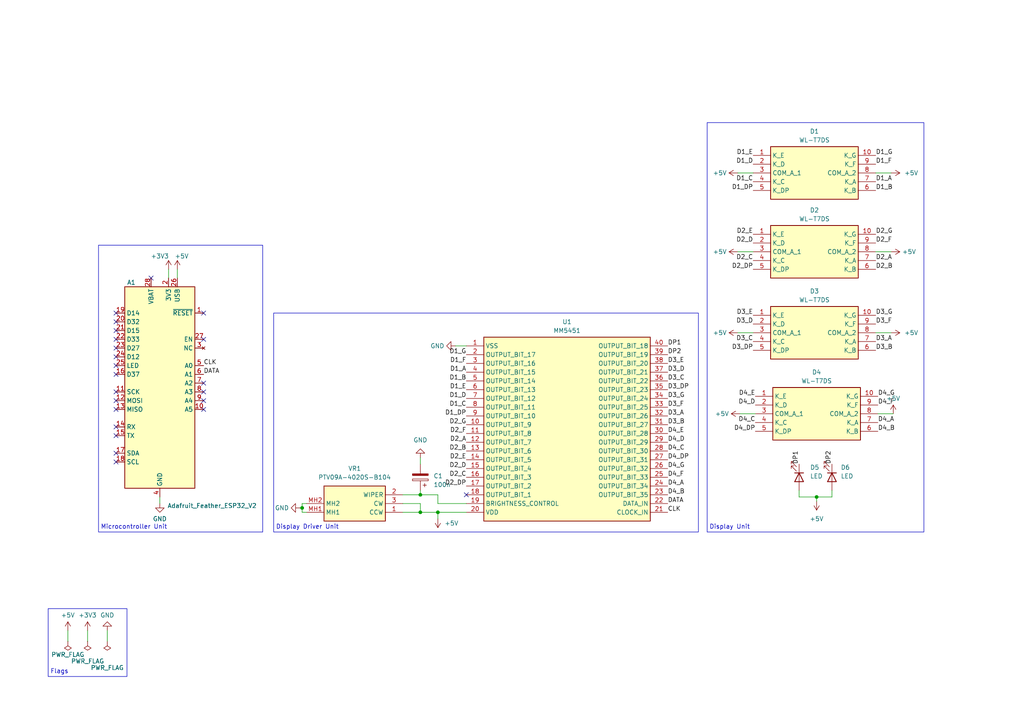
<source format=kicad_sch>
(kicad_sch (version 20230121) (generator eeschema)
  (paper "A4")
  (title_block (title "Internet Clock") (date "2024-02-01") (rev "REV 1.0") (company "Flavian Kaufmann"))
  (lib_symbols
    (symbol "157136S12801:157136S12801"
      (property "Reference" "DS" (at 31.75 7.62 0))
      (property "Value" "157136S12801" (at 31.75 5.08 0))
      (symbol "157136S12801_1_1"
        (rectangle (start 5.08 2.54) (end 30.48 -12.7) (stroke (width 0.254)) (fill (type background)))
        (pin passive line (at 0 0 0) (length 5.08) (name "K_E") (number "1"))
        (pin passive line (at 35.56 0 180) (length 5.08) (name "K_G") (number "10"))
        (pin passive line (at 0 -2.54 0) (length 5.08) (name "K_D") (number "2"))
        (pin passive line (at 0 -5.08 0) (length 5.08) (name "COM_A_1") (number "3"))
        (pin passive line (at 0 -7.62 0) (length 5.08) (name "K_C") (number "4"))
        (pin passive line (at 0 -10.16 0) (length 5.08) (name "K_DP") (number "5"))
        (pin passive line (at 35.56 -10.16 180) (length 5.08) (name "K_B") (number "6"))
        (pin passive line (at 35.56 -7.62 180) (length 5.08) (name "K_A") (number "7"))
        (pin passive line (at 35.56 -5.08 180) (length 5.08) (name "COM_A_2") (number "8"))
        (pin passive line (at 35.56 -2.54 180) (length 5.08) (name "K_F") (number "9"))
      )
    )
    (symbol "Custom:Adafruit_Feather_ESP32_V2"
      (property "Reference" "A" (at -10.16 29.21 0))
      (property "Value" "Adafruit_Feather_ESP32_V2" (at 2.54 -31.75 0))
      (symbol "Adafruit_Feather_ESP32_V2_0_1"
        (rectangle (start -10.16 27.94) (end 10.16 -30.48) (stroke (width 0.254)) (fill (type background)))
      )
      (symbol "Adafruit_Feather_ESP32_V2_1_1"
        (pin input line (at 12.7 20.32 180) (length 2.54) (name "~{RESET}") (number "1"))
        (pin bidirectional line (at 12.7 -7.62 180) (length 2.54) (name "A5") (number "10"))
        (pin bidirectional line (at -12.7 -2.54 0) (length 2.54) (name "SCK") (number "11"))
        (pin bidirectional line (at -12.7 -5.08 0) (length 2.54) (name "MOSI") (number "12"))
        (pin bidirectional line (at -12.7 -7.62 0) (length 2.54) (name "MISO") (number "13"))
        (pin bidirectional line (at -12.7 -12.7 0) (length 2.54) (name "RX") (number "14"))
        (pin bidirectional line (at -12.7 -15.24 0) (length 2.54) (name "TX") (number "15"))
        (pin bidirectional line (at -12.7 2.54 0) (length 2.54) (name "D37") (number "16"))
        (pin bidirectional line (at -12.7 -20.32 0) (length 2.54) (name "SDA") (number "17"))
        (pin bidirectional line (at -12.7 -22.86 0) (length 2.54) (name "SCL") (number "18"))
        (pin bidirectional line (at -12.7 20.32 0) (length 2.54) (name "D14") (number "19"))
        (pin power_in line (at 2.54 30.48 270) (length 2.54) (name "3V3") (number "2"))
        (pin bidirectional line (at -12.7 17.78 0) (length 2.54) (name "D32") (number "20"))
        (pin bidirectional line (at -12.7 15.24 0) (length 2.54) (name "D15") (number "21"))
        (pin bidirectional line (at -12.7 12.7 0) (length 2.54) (name "D33") (number "22"))
        (pin bidirectional line (at -12.7 10.16 0) (length 2.54) (name "D27") (number "23"))
        (pin bidirectional line (at -12.7 7.62 0) (length 2.54) (name "D12") (number "24"))
        (pin bidirectional line (at -12.7 5.08 0) (length 2.54) (name "LED") (number "25"))
        (pin power_in line (at 5.08 30.48 270) (length 2.54) (name "USB") (number "26"))
        (pin input line (at 12.7 12.7 180) (length 2.54) (name "EN") (number "27"))
        (pin power_in line (at -2.54 30.48 270) (length 2.54) (name "VBAT") (number "28"))
        (pin no_connect line (at 12.7 10.16 180) (length 2.54) (name "NC") (number "3"))
        (pin power_in line (at 0 -33.02 90) (length 2.54) (name "GND") (number "4"))
        (pin bidirectional line (at 12.7 5.08 180) (length 2.54) (name "A0") (number "5"))
        (pin bidirectional line (at 12.7 2.54 180) (length 2.54) (name "A1") (number "6"))
        (pin bidirectional line (at 12.7 0 180) (length 2.54) (name "A2") (number "7"))
        (pin bidirectional line (at 12.7 -2.54 180) (length 2.54) (name "A3") (number "8"))
        (pin bidirectional line (at 12.7 -5.08 180) (length 2.54) (name "A4") (number "9"))
      )
    )
    (symbol "Device:C_Polarized" (pin_numbers hide) (pin_names (offset 0.254))
      (property "Reference" "C" (at 0.635 2.54 0))
      (property "Value" "C_Polarized" (at 0.635 -2.54 0))
      (symbol "C_Polarized_0_1"
        (rectangle (start -2.286 0.508) (end 2.286 1.016))
        (polyline (pts (xy -1.778 2.286) (xy -0.762 2.286)))
        (polyline (pts (xy -1.27 2.794) (xy -1.27 1.778)))
        (rectangle (start 2.286 -0.508) (end -2.286 -1.016) (fill (type outline)))
      )
      (symbol "C_Polarized_1_1"
        (pin passive line (at 0 3.81 270) (length 2.794) (name "~") (number "1"))
        (pin passive line (at 0 -3.81 90) (length 2.794) (name "~") (number "2"))
      )
    )
    (symbol "Device:LED" (pin_numbers hide) (pin_names (offset 1.016) hide)
      (property "Reference" "D" (at 0 2.54 0))
      (property "Value" "LED" (at 0 -2.54 0))
      (symbol "LED_0_1"
        (polyline (pts (xy -1.27 -1.27) (xy -1.27 1.27)) (stroke (width 0.254)))
        (polyline (pts (xy -1.27 0) (xy 1.27 0)))
        (polyline (pts (xy 1.27 -1.27) (xy 1.27 1.27) (xy -1.27 0) (xy 1.27 -1.27)) (stroke (width 0.254)))
        (polyline (pts (xy -3.048 -0.762) (xy -4.572 -2.286) (xy -3.81 -2.286) (xy -4.572 -2.286) (xy -4.572 -1.524)))
        (polyline (pts (xy -1.778 -0.762) (xy -3.302 -2.286) (xy -2.54 -2.286) (xy -3.302 -2.286) (xy -3.302 -1.524)))
      )
      (symbol "LED_1_1"
        (pin passive line (at -3.81 0 0) (length 2.54) (name "K") (number "1"))
        (pin passive line (at 3.81 0 180) (length 2.54) (name "A") (number "2"))
      )
    )
    (symbol "MM5451:MM5451YN"
      (property "Reference" "IC" (at 54.61 7.62 0))
      (property "Value" "MM5451YN" (at 54.61 5.08 0))
      (symbol "MM5451YN_1_1"
        (rectangle (start 5.08 2.54) (end 53.34 -50.8) (stroke (width 0.254)) (fill (type background)))
        (pin passive line (at 0 0 0) (length 5.08) (name "VSS") (number "1"))
        (pin passive line (at 0 -22.86 0) (length 5.08) (name "OUTPUT_BIT_9") (number "10"))
        (pin passive line (at 0 -25.4 0) (length 5.08) (name "OUTPUT_BIT_8") (number "11"))
        (pin passive line (at 0 -27.94 0) (length 5.08) (name "OUTPUT_BIT_7") (number "12"))
        (pin passive line (at 0 -30.48 0) (length 5.08) (name "OUTPUT_BIT_6") (number "13"))
        (pin passive line (at 0 -33.02 0) (length 5.08) (name "OUTPUT_BIT_5") (number "14"))
        (pin passive line (at 0 -35.56 0) (length 5.08) (name "OUTPUT_BIT_4") (number "15"))
        (pin passive line (at 0 -38.1 0) (length 5.08) (name "OUTPUT_BIT_3") (number "16"))
        (pin passive line (at 0 -40.64 0) (length 5.08) (name "OUTPUT_BIT_2") (number "17"))
        (pin passive line (at 0 -43.18 0) (length 5.08) (name "OUTPUT_BIT_1") (number "18"))
        (pin passive line (at 0 -45.72 0) (length 5.08) (name "BRIGHTNESS_CONTROL") (number "19"))
        (pin passive line (at 0 -2.54 0) (length 5.08) (name "OUTPUT_BIT_17") (number "2"))
        (pin passive line (at 0 -48.26 0) (length 5.08) (name "VDD") (number "20"))
        (pin passive line (at 58.42 -48.26 180) (length 5.08) (name "CLOCK_IN") (number "21"))
        (pin passive line (at 58.42 -45.72 180) (length 5.08) (name "DATA_IN") (number "22"))
        (pin passive line (at 58.42 -43.18 180) (length 5.08) (name "OUTPUT_BIT_35") (number "23"))
        (pin passive line (at 58.42 -40.64 180) (length 5.08) (name "OUTPUT_BIT_34") (number "24"))
        (pin passive line (at 58.42 -38.1 180) (length 5.08) (name "OUTPUT_BIT_33") (number "25"))
        (pin passive line (at 58.42 -35.56 180) (length 5.08) (name "OUTPUT_BIT_32") (number "26"))
        (pin passive line (at 58.42 -33.02 180) (length 5.08) (name "OUTPUT_BIT_31") (number "27"))
        (pin passive line (at 58.42 -30.48 180) (length 5.08) (name "OUTPUT_BIT_30") (number "28"))
        (pin passive line (at 58.42 -27.94 180) (length 5.08) (name "OUTPUT_BIT_29") (number "29"))
        (pin passive line (at 0 -5.08 0) (length 5.08) (name "OUTPUT_BIT_16") (number "3"))
        (pin passive line (at 58.42 -25.4 180) (length 5.08) (name "OUTPUT_BIT_28") (number "30"))
        (pin passive line (at 58.42 -22.86 180) (length 5.08) (name "OUTPUT_BIT_27") (number "31"))
        (pin passive line (at 58.42 -20.32 180) (length 5.08) (name "OUTPUT_BIT_26") (number "32"))
        (pin passive line (at 58.42 -17.78 180) (length 5.08) (name "OUTPUT_BIT_25") (number "33"))
        (pin passive line (at 58.42 -15.24 180) (length 5.08) (name "OUTPUT_BIT_24") (number "34"))
        (pin passive line (at 58.42 -12.7 180) (length 5.08) (name "OUTPUT_BIT_23") (number "35"))
        (pin passive line (at 58.42 -10.16 180) (length 5.08) (name "OUTPUT_BIT_22") (number "36"))
        (pin passive line (at 58.42 -7.62 180) (length 5.08) (name "OUTPUT_BIT_21") (number "37"))
        (pin passive line (at 58.42 -5.08 180) (length 5.08) (name "OUTPUT_BIT_20") (number "38"))
        (pin passive line (at 58.42 -2.54 180) (length 5.08) (name "OUTPUT_BIT_19") (number "39"))
        (pin passive line (at 0 -7.62 0) (length 5.08) (name "OUTPUT_BIT_15") (number "4"))
        (pin passive line (at 58.42 0 180) (length 5.08) (name "OUTPUT_BIT_18") (number "40"))
        (pin passive line (at 0 -10.16 0) (length 5.08) (name "OUTPUT_BIT_14") (number "5"))
        (pin passive line (at 0 -12.7 0) (length 5.08) (name "OUTPUT_BIT_13") (number "6"))
        (pin passive line (at 0 -15.24 0) (length 5.08) (name "OUTPUT_BIT_12") (number "7"))
        (pin passive line (at 0 -17.78 0) (length 5.08) (name "OUTPUT_BIT_11") (number "8"))
        (pin passive line (at 0 -20.32 0) (length 5.08) (name "OUTPUT_BIT_10") (number "9"))
      )
    )
    (symbol "PTV09A-4020S-B104:PTV09A-4020S-B104"
      (property "Reference" "VR" (at 24.13 7.62 0))
      (property "Value" "PTV09A-4020S-B104" (at 24.13 5.08 0))
      (symbol "PTV09A-4020S-B104_1_1"
        (rectangle (start 5.08 2.54) (end 22.86 -7.62) (stroke (width 0.254)) (fill (type background)))
        (pin passive line (at 0 0 0) (length 5.08) (name "CCW") (number "1"))
        (pin passive line (at 0 -5.08 0) (length 5.08) (name "WIPER") (number "2"))
        (pin passive line (at 0 -2.54 0) (length 5.08) (name "CW") (number "3"))
        (pin passive line (at 27.94 0 180) (length 5.08) (name "MH1") (number "MH1"))
        (pin passive line (at 27.94 -2.54 180) (length 5.08) (name "MH2") (number "MH2"))
      )
    )
    (symbol "power:+3V3" (power) (pin_names (offset 0))
      (property "Value" "+3V3" (at 0 3.556 0))
      (symbol "+3V3_0_1"
        (polyline (pts (xy -0.762 1.27) (xy 0 2.54)))
        (polyline (pts (xy 0 0) (xy 0 2.54)))
        (polyline (pts (xy 0 2.54) (xy 0.762 1.27)))
      )
      (symbol "+3V3_1_1"
        (pin power_in line (at 0 0 90) (length 0) hide (name "+3V3") (number "1"))
      )
    )
    (symbol "power:+5V" (power) (pin_names (offset 0))
      (property "Value" "+5V" (at 0 3.556 0))
      (symbol "+5V_0_1"
        (polyline (pts (xy -0.762 1.27) (xy 0 2.54)))
        (polyline (pts (xy 0 0) (xy 0 2.54)))
        (polyline (pts (xy 0 2.54) (xy 0.762 1.27)))
      )
      (symbol "+5V_1_1"
        (pin power_in line (at 0 0 90) (length 0) hide (name "+5V") (number "1"))
      )
    )
    (symbol "power:GND" (power) (pin_names (offset 0))
      (property "Value" "GND" (at 0 -3.81 0))
      (symbol "GND_0_1"
        (polyline (pts (xy 0 0) (xy 0 -1.27) (xy 1.27 -1.27) (xy 0 -2.54) (xy -1.27 -1.27) (xy 0 -1.27)))
      )
      (symbol "GND_1_1"
        (pin power_in line (at 0 0 270) (length 0) hide (name "GND") (number "1"))
      )
    )
    (symbol "power:PWR_FLAG" (power) (pin_numbers hide) (pin_names (offset 0) hide)
      (property "Value" "PWR_FLAG" (at 0 3.81 0))
      (symbol "PWR_FLAG_0_0"
        (pin power_out line (at 0 0 90) (length 0) (name "pwr") (number "1"))
      )
      (symbol "PWR_FLAG_0_1"
        (polyline (pts (xy 0 0) (xy 0 1.27) (xy -1.016 1.905) (xy 0 2.54) (xy 1.016 1.905) (xy 0 1.27)))
      )
    )
  )
  (junction (at 236.855 144.145))
  (junction (at 121.92 143.51))
  (junction (at 87.63 147.32))
  (junction (at 121.92 148.59))
  (junction (at 127 148.59))
  (no_connect (at 33.655 93.345))
  (no_connect (at 59.055 113.665))
  (no_connect (at 33.655 90.805))
  (no_connect (at 59.055 98.425))
  (no_connect (at 33.655 123.825))
  (no_connect (at 135.255 143.51))
  (no_connect (at 33.655 95.885))
  (no_connect (at 33.655 116.205))
  (no_connect (at 59.055 116.205))
  (no_connect (at 33.655 133.985))
  (no_connect (at 33.655 126.365))
  (no_connect (at 33.655 98.425))
  (no_connect (at 59.055 90.805))
  (no_connect (at 33.655 108.585))
  (no_connect (at 33.655 100.965))
  (no_connect (at 33.655 113.665))
  (no_connect (at 33.655 131.445))
  (no_connect (at 59.055 118.745))
  (no_connect (at 59.055 111.125))
  (no_connect (at 43.815 80.645))
  (no_connect (at 33.655 106.045))
  (no_connect (at 33.655 118.745))
  (no_connect (at 33.655 103.505))
  (wire (pts (xy 254 50.165) (xy 258.445 50.165)))
  (wire (pts (xy 121.92 143.51) (xy 127 143.51)))
  (wire (pts (xy 116.84 148.59) (xy 121.92 148.59)))
  (wire (pts (xy 48.895 78.105) (xy 48.895 80.645)))
  (wire (pts (xy 236.855 144.145) (xy 236.855 145.415)))
  (wire (pts (xy 121.92 143.51) (xy 121.92 142.24)))
  (wire (pts (xy 213.995 96.52) (xy 218.44 96.52)))
  (wire (pts (xy 132.08 100.33) (xy 135.255 100.33)))
  (wire (pts (xy 127 148.59) (xy 127 150.495)))
  (wire (pts (xy 87.63 147.32) (xy 87.63 148.59)))
  (wire (pts (xy 87.63 147.32) (xy 87.63 146.05)))
  (wire (pts (xy 127 148.59) (xy 135.255 148.59)))
  (wire (pts (xy 121.92 146.05) (xy 121.92 148.59)))
  (wire (pts (xy 127 146.05) (xy 135.255 146.05)))
  (wire (pts (xy 46.355 144.145) (xy 46.355 146.05)))
  (wire (pts (xy 214.63 120.015) (xy 219.075 120.015)))
  (wire (pts (xy 116.84 143.51) (xy 121.92 143.51)))
  (wire (pts (xy 213.995 50.165) (xy 218.44 50.165)))
  (wire (pts (xy 241.3 144.145) (xy 236.855 144.145)))
  (wire (pts (xy 31.115 182.88) (xy 31.115 186.055)))
  (wire (pts (xy 254 96.52) (xy 258.445 96.52)))
  (wire (pts (xy 121.92 148.59) (xy 127 148.59)))
  (wire (pts (xy 86.995 147.32) (xy 87.63 147.32)))
  (wire (pts (xy 87.63 146.05) (xy 88.9 146.05)))
  (wire (pts (xy 254 73.025) (xy 258.445 73.025)))
  (wire (pts (xy 254.635 120.015) (xy 259.08 120.015)))
  (wire (pts (xy 241.3 142.24) (xy 241.3 144.145)))
  (wire (pts (xy 231.775 142.24) (xy 231.775 144.145)))
  (wire (pts (xy 19.685 182.88) (xy 19.685 186.055)))
  (wire (pts (xy 87.63 148.59) (xy 88.9 148.59)))
  (wire (pts (xy 213.995 73.025) (xy 218.44 73.025)))
  (wire (pts (xy 25.4 182.88) (xy 25.4 186.055)))
  (wire (pts (xy 121.92 132.715) (xy 121.92 134.62)))
  (wire (pts (xy 116.84 146.05) (xy 121.92 146.05)))
  (wire (pts (xy 231.775 144.145) (xy 236.855 144.145)))
  (wire (pts (xy 127 143.51) (xy 127 146.05)))
  (wire (pts (xy 51.435 78.105) (xy 51.435 80.645)))
  (rectangle (start 79.375 90.805) (end 202.565 154.305))
  (rectangle (start 13.97 176.53) (end 36.83 196.215))
  (rectangle (start 28.575 71.12) (end 76.2 154.305))
  (rectangle (start 205.105 35.56) (end 267.97 154.305))
  (text "Display Driver Unit" (at 80.01 153.67 0) (effects (font (size 1.27 1.27)) (justify left bottom)))
  (text "Flags" (at 14.605 195.58 0) (effects (font (size 1.27 1.27)) (justify left bottom)))
  (text "Microcontroller Unit" (at 29.21 153.67 0) (effects (font (size 1.27 1.27)) (justify left bottom)))
  (text "Display Unit" (at 205.74 153.67 0) (effects (font (size 1.27 1.27)) (justify left bottom)))
  (label "D1_D" (at 218.44 47.625 180))
  (label "D4_C" (at 193.675 130.81 0))
  (label "D3_E" (at 218.44 91.44 180))
  (label "D3_D" (at 218.44 93.98 180))
  (label "D3_DP" (at 193.675 113.03 0))
  (label "D2_C" (at 218.44 75.565 180))
  (label "D3_D" (at 193.675 107.95 0))
  (label "D1_E" (at 135.255 113.03 180))
  (label "DATA" (at 59.055 108.585 0))
  (label "D3_G" (at 193.675 115.57 0))
  (label "D4_F" (at 193.675 138.43 0))
  (label "D4_B" (at 254.635 125.095 0))
  (label "D1_B" (at 135.255 110.49 180))
  (label "D4_DP" (at 219.075 125.095 180))
  (label "D2_D" (at 218.44 70.485 180))
  (label "D3_A" (at 254 99.06 0))
  (label "D2_DP" (at 218.44 78.105 180))
  (label "D2_A" (at 254 75.565 0))
  (label "D1_G" (at 254 45.085 0))
  (label "CLK" (at 193.675 148.59 0))
  (label "D3_B" (at 193.675 123.19 0))
  (label "D2_G" (at 135.255 123.19 180))
  (label "D1_DP" (at 218.44 55.245 180))
  (label "D4_C" (at 219.075 122.555 180))
  (label "D1_A" (at 135.255 107.95 180))
  (label "D3_B" (at 254 101.6 0))
  (label "D4_F" (at 254.635 117.475 0))
  (label "D2_DP" (at 135.255 140.97 180))
  (label "D1_F" (at 135.255 105.41 180))
  (label "D3_DP" (at 218.44 101.6 180))
  (label "D2_E" (at 218.44 67.945 180))
  (label "D4_D" (at 193.675 128.27 0))
  (label "D1_C" (at 218.44 52.705 180))
  (label "D2_F" (at 254 70.485 0))
  (label "D2_F" (at 135.255 125.73 180))
  (label "D4_E" (at 219.075 114.935 180))
  (label "D2_A" (at 135.255 128.27 180))
  (label "D2_B" (at 254 78.105 0))
  (label "D1_D" (at 135.255 115.57 180))
  (label "D2_G" (at 254 67.945 0))
  (label "D1_B" (at 254 55.245 0))
  (label "D3_F" (at 193.675 118.11 0))
  (label "D2_B" (at 135.255 130.81 180))
  (label "D2_D" (at 135.255 135.89 180))
  (label "DP1" (at 231.775 134.62 90))
  (label "DATA" (at 193.675 146.05 0))
  (label "D1_E" (at 218.44 45.085 180))
  (label "DP2" (at 193.675 102.87 0))
  (label "D1_A" (at 254 52.705 0))
  (label "D4_G" (at 254.635 114.935 0))
  (label "D3_F" (at 254 93.98 0))
  (label "D1_F" (at 254 47.625 0))
  (label "D4_B" (at 193.675 143.51 0))
  (label "D2_C" (at 135.255 138.43 180))
  (label "D1_C" (at 135.255 118.11 180))
  (label "DP2" (at 241.3 134.62 90))
  (label "D3_C" (at 218.44 99.06 180))
  (label "D3_E" (at 193.675 105.41 0))
  (label "D4_DP" (at 193.675 133.35 0))
  (label "D3_C" (at 193.675 110.49 0))
  (label "D4_A" (at 254.635 122.555 0))
  (label "D4_D" (at 219.075 117.475 180))
  (label "D3_G" (at 254 91.44 0))
  (label "DP1" (at 193.675 100.33 0))
  (label "D4_A" (at 193.675 140.97 0))
  (label "D1_G" (at 135.255 102.87 180))
  (label "D3_A" (at 193.675 120.65 0))
  (label "D2_E" (at 135.255 133.35 180))
  (label "D1_DP" (at 135.255 120.65 180))
  (label "D4_G" (at 193.675 135.89 0))
  (label "CLK" (at 59.055 106.045 0))
  (label "D4_E" (at 193.675 125.73 0))
  (symbol (lib_id "power:+5V") (at 19.685 182.88 0) (unit 1)
    (property "Reference" "#PWR016" (effects hide))
    (property "Value" "+5V" (at 19.685 178.435 0))
  )
  (symbol (lib_id "power:PWR_FLAG") (at 31.115 186.055 180) (unit 1)
    (property "Reference" "#FLG03" (effects hide))
    (property "Value" "PWR_FLAG" (at 31.115 193.675 0))
  )
  (symbol (lib_id "power:+5V") (at 258.445 73.025 270) (unit 1)
    (property "Reference" "#PWR06" (effects hide))
    (property "Value" "+5V" (at 261.62 73.025 90) (effects (justify left)))
  )
  (symbol (lib_id "power:+3V3") (at 25.4 182.88 0) (unit 1)
    (property "Reference" "#PWR017" (effects hide))
    (property "Value" "+3V3" (at 25.4 178.435 0))
  )
  (symbol (lib_id "power:GND") (at 86.995 147.32 270) (unit 1)
    (property "Reference" "#PWR019" (effects hide))
    (property "Value" "GND" (at 83.82 147.32 90) (effects (justify right)))
  )
  (symbol (lib_id "Device:LED") (at 241.3 138.43 270) (unit 1)
    (property "Reference" "D6" (at 243.84 135.5725 90) (effects (justify left)))
    (property "Value" "LED" (at 243.84 138.1125 90) (effects (justify left)))
    (property "Footprint" "LED_THT:LED_D3.0mm" (effects hide))
  )
  (symbol (lib_id "power:+5V") (at 127 150.495 180) (unit 1)
    (property "Reference" "#PWR011" (effects hide))
    (property "Value" "+5V" (at 128.905 151.765 0) (effects (justify right)))
  )
  (symbol (lib_id "157136S12801:157136S12801") (at 219.075 114.935 0) (unit 1)
    (property "Reference" "D4" (at 236.855 107.95 0))
    (property "Value" "WL-T7DS" (at 236.855 110.49 0))
    (property "Footprint" "157136S12801:157136S12801" (effects hide))
    (property "Datasheet" "https://www.we-online.com/catalog/datasheet/157136S12801.pdf" (effects hide))
    (property "Height" "7.25" (effects hide))
    (property "Mouser Part Number" "710-157136S12801" (effects hide))
    (property "Mouser Price/Stock" "https://www.mouser.co.uk/ProductDetail/Wurth-Elektronik/157136S12801?qs=QNEnbhJQKvZcRXmbt1LpXQ%3D%3D" (effects hide))
    (property "Manufacturer_Name" "Wurth Elektronik" (effects hide))
    (property "Manufacturer_Part_Number" "157136S12801" (effects hide))
  )
  (symbol (lib_id "power:+5V") (at 214.63 120.015 90) (unit 1)
    (property "Reference" "#PWR04" (effects hide))
    (property "Value" "+5V" (at 211.455 120.015 90) (effects (justify left)))
  )
  (symbol (lib_id "Custom:Adafruit_Feather_ESP32_V2") (at 46.355 111.125 0) (unit 1)
    (property "Reference" "A1" (at 36.83 81.915 0) (effects (justify left)))
    (property "Value" "Adafruit_Feather_ESP32_V2" (at 48.5491 146.685 0) (effects (justify left)))
    (property "Footprint" "Module:Adafruit_Feather" (effects hide))
    (property "Datasheet" "https://cdn-learn.adafruit.com/downloads/pdf/adafruit-feather.pdf" (effects hide))
  )
  (symbol (lib_id "power:+3V3") (at 48.895 78.105 0) (unit 1)
    (property "Reference" "#PWR014" (effects hide))
    (property "Value" "+3V3" (at 46.355 74.295 0))
  )
  (symbol (lib_id "power:+5V") (at 51.435 78.105 0) (unit 1)
    (property "Reference" "#PWR015" (effects hide))
    (property "Value" "+5V" (at 52.705 74.295 0))
  )
  (symbol (lib_id "power:+5V") (at 259.08 120.015 0) (unit 1)
    (property "Reference" "#PWR08" (effects hide))
    (property "Value" "+5V" (at 259.08 115.57 0))
  )
  (symbol (lib_id "157136S12801:157136S12801") (at 218.44 67.945 0) (unit 1)
    (property "Reference" "D2" (at 236.22 60.96 0))
    (property "Value" "WL-T7DS" (at 236.22 63.5 0))
    (property "Footprint" "157136S12801:157136S12801" (effects hide))
    (property "Datasheet" "https://www.we-online.com/catalog/datasheet/157136S12801.pdf" (effects hide))
    (property "Height" "7.25" (effects hide))
    (property "Mouser Part Number" "710-157136S12801" (effects hide))
    (property "Mouser Price/Stock" "https://www.mouser.co.uk/ProductDetail/Wurth-Elektronik/157136S12801?qs=QNEnbhJQKvZcRXmbt1LpXQ%3D%3D" (effects hide))
    (property "Manufacturer_Name" "Wurth Elektronik" (effects hide))
    (property "Manufacturer_Part_Number" "157136S12801" (effects hide))
  )
  (symbol (lib_id "157136S12801:157136S12801") (at 218.44 91.44 0) (unit 1)
    (property "Reference" "D3" (at 236.22 84.455 0))
    (property "Value" "WL-T7DS" (at 236.22 86.995 0))
    (property "Footprint" "157136S12801:157136S12801" (effects hide))
    (property "Datasheet" "https://www.we-online.com/catalog/datasheet/157136S12801.pdf" (effects hide))
    (property "Height" "7.25" (effects hide))
    (property "Mouser Part Number" "710-157136S12801" (effects hide))
    (property "Mouser Price/Stock" "https://www.mouser.co.uk/ProductDetail/Wurth-Elektronik/157136S12801?qs=QNEnbhJQKvZcRXmbt1LpXQ%3D%3D" (effects hide))
    (property "Manufacturer_Name" "Wurth Elektronik" (effects hide))
    (property "Manufacturer_Part_Number" "157136S12801" (effects hide))
  )
  (symbol (lib_id "power:+5V") (at 213.995 96.52 90) (unit 1)
    (property "Reference" "#PWR03" (effects hide))
    (property "Value" "+5V" (at 210.82 96.52 90) (effects (justify left)))
  )
  (symbol (lib_id "power:PWR_FLAG") (at 19.685 186.055 180) (unit 1)
    (property "Reference" "#FLG01" (effects hide))
    (property "Value" "PWR_FLAG" (at 19.685 189.865 0))
  )
  (symbol (lib_id "Device:C_Polarized") (at 121.92 138.43 180) (unit 1)
    (property "Reference" "C1" (at 125.73 138.049 0) (effects (justify right)))
    (property "Value" "100n" (at 125.73 140.589 0) (effects (justify right)))
    (property "Footprint" "Capacitor_THT:CP_Radial_D5.0mm_P2.00mm" (effects hide))
  )
  (symbol (lib_id "157136S12801:157136S12801") (at 218.44 45.085 0) (unit 1)
    (property "Reference" "D1" (at 236.22 38.1 0))
    (property "Value" "WL-T7DS" (at 236.22 40.64 0))
    (property "Footprint" "157136S12801:157136S12801" (effects hide))
    (property "Datasheet" "https://www.we-online.com/catalog/datasheet/157136S12801.pdf" (effects hide))
    (property "Height" "7.25" (effects hide))
    (property "Mouser Part Number" "710-157136S12801" (effects hide))
    (property "Mouser Price/Stock" "https://www.mouser.co.uk/ProductDetail/Wurth-Elektronik/157136S12801?qs=QNEnbhJQKvZcRXmbt1LpXQ%3D%3D" (effects hide))
    (property "Manufacturer_Name" "Wurth Elektronik" (effects hide))
    (property "Manufacturer_Part_Number" "157136S12801" (effects hide))
  )
  (symbol (lib_id "power:+5V") (at 213.995 73.025 90) (unit 1)
    (property "Reference" "#PWR02" (effects hide))
    (property "Value" "+5V" (at 210.82 73.025 90) (effects (justify left)))
  )
  (symbol (lib_id "power:PWR_FLAG") (at 25.4 186.055 180) (unit 1)
    (property "Reference" "#FLG02" (effects hide))
    (property "Value" "PWR_FLAG" (at 25.4 191.77 0))
  )
  (symbol (lib_id "Device:LED") (at 231.775 138.43 270) (unit 1)
    (property "Reference" "D5" (at 234.95 135.5725 90) (effects (justify left)))
    (property "Value" "LED" (at 234.95 138.1125 90) (effects (justify left)))
    (property "Footprint" "LED_THT:LED_D3.0mm" (effects hide))
  )
  (symbol (lib_id "power:GND") (at 121.92 132.715 180) (unit 1)
    (property "Reference" "#PWR012" (effects hide))
    (property "Value" "GND" (at 121.92 127.635 0))
  )
  (symbol (lib_id "power:GND") (at 31.115 182.88 180) (unit 1)
    (property "Reference" "#PWR018" (effects hide))
    (property "Value" "GND" (at 31.115 178.435 0))
  )
  (symbol (lib_id "power:GND") (at 132.08 100.33 270) (unit 1)
    (property "Reference" "#PWR010" (effects hide))
    (property "Value" "GND" (at 128.905 100.33 90) (effects (justify right)))
  )
  (symbol (lib_id "power:GND") (at 46.355 146.05 0) (unit 1)
    (property "Reference" "#PWR013" (effects hide))
    (property "Value" "GND" (at 46.355 150.495 0))
  )
  (symbol (lib_id "power:+5V") (at 258.445 96.52 270) (unit 1)
    (property "Reference" "#PWR07" (effects hide))
    (property "Value" "+5V" (at 262.255 96.52 90) (effects (justify left)))
  )
  (symbol (lib_id "PTV09A-4020S-B104:PTV09A-4020S-B104") (at 116.84 148.59 180) (unit 1)
    (property "Reference" "VR1" (at 102.87 135.89 0))
    (property "Value" "PTV09A-4020S-B104" (at 102.87 138.43 0))
    (property "Footprint" "PTV09A-4020S-B104:PTV09A4020SB104" (effects hide))
    (property "Datasheet" "https://www.arrow.com/en/products/ptv09a-4020s-b104/bourns" (effects hide))
    (property "Height" "20.5" (effects hide))
    (property "Mouser Part Number" "652-PTV09A4020SB104" (effects hide))
    (property "Mouser Price/Stock" "https://www.mouser.co.uk/ProductDetail/Bourns/PTV09A-4020S-B104?qs=%252B9%2Fcbd0IE0SGw2a5x%252Bhf8Q%3D%3D" (effects hide))
    (property "Manufacturer_Name" "Bourns" (effects hide))
    (property "Manufacturer_Part_Number" "PTV09A-4020S-B104" (effects hide))
  )
  (symbol (lib_id "MM5451:MM5451YN") (at 135.255 100.33 0) (unit 1)
    (property "Reference" "U1" (at 164.465 93.345 0))
    (property "Value" "MM5451" (at 164.465 95.885 0))
    (property "Footprint" "MM5451:DIP1556W46P254L5207H635Q40N" (effects hide))
    (property "Datasheet" "http://ww1.microchip.com/downloads/en/DeviceDoc/20005651A.pdf" (effects hide))
    (property "Height" "6.35" (effects hide))
    (property "Mouser Part Number" "998-MM5451YN" (effects hide))
    (property "Mouser Price/Stock" "https://www.mouser.co.uk/ProductDetail/Microchip-Technology/MM5451YN?qs=kh6iOki%2FeLE6RxY%252BDOdXBw%3D%3D" (effects hide))
    (property "Manufacturer_Name" "Microchip" (effects hide))
    (property "Manufacturer_Part_Number" "MM5451YN" (effects hide))
  )
  (symbol (lib_id "power:+5V") (at 236.855 145.415 180) (unit 1)
    (property "Reference" "#PWR09" (effects hide))
    (property "Value" "+5V" (at 236.855 150.495 0))
  )
  (symbol (lib_id "power:+5V") (at 258.445 50.165 270) (unit 1)
    (property "Reference" "#PWR05" (effects hide))
    (property "Value" "+5V" (at 262.255 50.165 90) (effects (justify left)))
  )
  (symbol (lib_id "power:+5V") (at 213.995 50.165 90) (unit 1)
    (property "Reference" "#PWR01" (effects hide))
    (property "Value" "+5V" (at 210.82 50.165 90) (effects (justify left)))
  )
)
</source>
